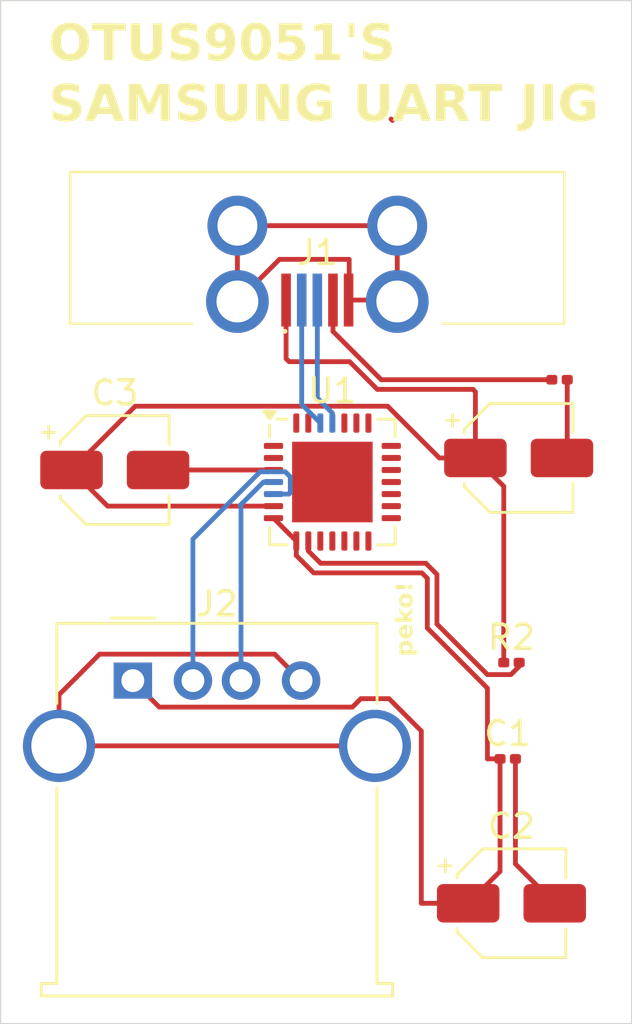
<source format=kicad_pcb>
(kicad_pcb (version 20240108) (generator "pcbnew") (generator_version "8.0")
  (layers (0 "F.Cu" signal) (31 "B.Cu" signal) (34 "B.Paste" user) (35 "F.Paste" user) (36 "B.SilkS" user "B.Silkscreen") (37 "F.SilkS" user "F.Silkscreen") (38 "B.Mask" user) (39 "F.Mask" user) (44 "Edge.Cuts" user))
  (net 0 "")
  (net 1 "Earth")
  (net 2 "Net-(J2-D-)")
  (net 3 "Net-(J2-D+)")
  (net 4 "Net-(U1-~{RST})")
  (net 19 "Net-(J2-VBUS)")
  (net 25 "Net-(U1-VDD)")
  (net 26 "Net-(U1-TXD)")
  (net 27 "Net-(J1-Pad4)")
  (net 28 "Net-(U1-RXD)")
  (footprint "Capacitor_SMD:CP_Elec_4x5.4" (layer "F.Cu") (at 160.8 78)
    (property "Reference" "C4" (hide yes))
    (property "Value" "0.1uF")
    (fp_line (start -3 -1.56) (end -2.5 -1.56) (stroke (width 0.12)) (layer "F.SilkS"))
    (fp_line (start -2.75 -1.81) (end -2.75 -1.31) (stroke (width 0.12)) (layer "F.SilkS"))
    (fp_line (start -2.26 -1.195563) (end -2.26 -1.06) (stroke (width 0.12)) (layer "F.SilkS"))
    (fp_line (start -2.26 -1.195563) (end -1.195563 -2.26) (stroke (width 0.12)) (layer "F.SilkS"))
    (fp_line (start -2.26 1.195563) (end -2.26 1.06) (stroke (width 0.12)) (layer "F.SilkS"))
    (fp_line (start -2.26 1.195563) (end -1.195563 2.26) (stroke (width 0.12)) (layer "F.SilkS"))
    (fp_line (start -1.195563 -2.26) (end 2.26 -2.26) (stroke (width 0.12)) (layer "F.SilkS"))
    (fp_line (start -1.195563 2.26) (end 2.26 2.26) (stroke (width 0.12)) (layer "F.SilkS"))
    (fp_line (start 2.26 -2.26) (end 2.26 -1.06) (stroke (width 0.12)) (layer "F.SilkS"))
    (fp_line (start 2.26 2.26) (end 2.26 1.06) (stroke (width 0.12)) (layer "F.SilkS"))
    (pad "1" smd roundrect (at -1.8 0) (size 2.6 1.6) (layers "F.Cu" "F.Paste" "F.Mask") (roundrect_rratio 0.15625) (net 25 "Net-(U1-VDD)"))
    (pad "2" smd roundrect (at 1.8 0) (size 2.6 1.6) (layers "F.Cu" "F.Paste" "F.Mask") (roundrect_rratio 0.15625) (net 1 "Earth"))
  )
  (footprint "Connector_USB:USB_A_Molex_67643_Horizontal" (layer "F.Cu") (at 144.75 87.25)
    (property "Reference" "J2" (at 3.5 -3.19 360) (layer "F.SilkS"))
    (property "Value" "USB_A" (hide yes))
    (fp_line (start -3.81 12.58) (end -3.81 13.1) (stroke (width 0.12)) (layer "F.SilkS"))
    (fp_line (start -3.81 13.1) (end 10.81 13.1) (stroke (width 0.12)) (layer "F.SilkS"))
    (fp_line (start -3.16 -2.38) (end -3.16 0.95) (stroke (width 0.12)) (layer "F.SilkS"))
    (fp_line (start -3.16 -2.38) (end 10.16 -2.38) (stroke (width 0.12)) (layer "F.SilkS"))
    (fp_line (start -3.16 12.58) (end -3.81 12.58) (stroke (width 0.12)) (layer "F.SilkS"))
    (fp_line (start -3.16 12.58) (end -3.16 4.47) (stroke (width 0.12)) (layer "F.SilkS"))
    (fp_line (start -0.9 -2.6) (end 0.9 -2.6) (stroke (width 0.12)) (layer "F.SilkS"))
    (fp_line (start 10.16 -2.38) (end 10.16 0.95) (stroke (width 0.12)) (layer "F.SilkS"))
    (fp_line (start 10.16 4.47) (end 10.16 12.58) (stroke (width 0.12)) (layer "F.SilkS"))
    (fp_line (start 10.81 12.58) (end 10.16 12.58) (stroke (width 0.12)) (layer "F.SilkS"))
    (fp_line (start 10.81 13.1) (end 10.81 12.58) (stroke (width 0.12)) (layer "F.SilkS"))
    (pad "1" thru_hole rect (at 0 0) (size 1.6 1.5) (drill 0.95) (layers "*.Cu" "*.Mask") (net 19 "Net-(J2-VBUS)"))
    (pad "2" thru_hole circle (at 2.5 0) (size 1.6 1.6) (drill 0.95) (layers "*.Cu" "*.Mask") (net 2 "Net-(J2-D-)"))
    (pad "3" thru_hole circle (at 4.5 0) (size 1.6 1.6) (drill 0.95) (layers "*.Cu" "*.Mask") (net 3 "Net-(J2-D+)"))
    (pad "4" thru_hole circle (at 7 0) (size 1.6 1.6) (drill 0.95) (layers "*.Cu" "*.Mask") (net 1 "Earth"))
    (pad "5" thru_hole circle (at -3.07 2.71) (size 3 3) (drill 2.3) (layers "*.Cu" "*.Mask") (net 1 "Earth"))
    (pad "5" thru_hole circle (at 10.07 2.71) (size 3 3) (drill 2.3) (layers "*.Cu" "*.Mask") (net 1 "Earth"))
  )
  (footprint "Package_DFN_QFN:QFN-28-1EP_5x5mm_P0.5mm_EP3.35x3.35mm" (layer "F.Cu") (at 153.05 79)
    (property "Reference" "U1" (at 0 -3.8 0) (layer "F.SilkS"))
    (property "Value" "CP2102N-Axx-xQFN28" (hide yes))
    (fp_line (start -2.61 -1.885) (end -2.61 -2.37) (stroke (width 0.12)) (layer "F.SilkS"))
    (fp_line (start -2.61 2.61) (end -2.61 1.885) (stroke (width 0.12)) (layer "F.SilkS"))
    (fp_line (start -1.885 -2.61) (end -2.31 -2.61) (stroke (width 0.12)) (layer "F.SilkS"))
    (fp_line (start -1.885 2.61) (end -2.61 2.61) (stroke (width 0.12)) (layer "F.SilkS"))
    (fp_line (start 1.885 -2.61) (end 2.61 -2.61) (stroke (width 0.12)) (layer "F.SilkS"))
    (fp_line (start 1.885 2.61) (end 2.61 2.61) (stroke (width 0.12)) (layer "F.SilkS"))
    (fp_line (start 2.61 -2.61) (end 2.61 -1.885) (stroke (width 0.12)) (layer "F.SilkS"))
    (fp_line (start 2.61 2.61) (end 2.61 1.885) (stroke (width 0.12)) (layer "F.SilkS"))
    (fp_poly (pts (xy -2.61 -2.61) (xy -2.85 -2.94) (xy -2.37 -2.94) (xy -2.61 -2.61)) (stroke (width 0.12)) (fill solid) (layer "F.SilkS"))
    (pad "1" smd roundrect (at -2.45 -1.5) (size 0.8 0.25) (layers "F.Cu" "F.Paste" "F.Mask"))
    (pad "2" smd roundrect (at -2.45 -1) (size 0.8 0.25) (layers "F.Cu" "F.Paste" "F.Mask"))
    (pad "3" smd roundrect (at -2.45 -0.5) (size 0.8 0.25) (layers "F.Cu" "F.Paste" "F.Mask") (net 1 "Earth"))
    (pad "4" smd roundrect (at -2.45 0) (size 0.8 0.25) (layers "B.Cu" "F.Paste" "F.Mask") (net 3 "Net-(J2-D+)"))
    (pad "5" smd roundrect (at -2.45 0.5) (size 0.8 0.25) (layers "B.Cu" "F.Paste" "F.Mask") (net 2 "Net-(J2-D-)"))
    (pad "6" smd roundrect (at -2.45 1) (size 0.8 0.25) (layers "F.Cu" "F.Paste" "F.Mask") (net 25 "Net-(U1-VDD)"))
    (pad "7" smd roundrect (at -2.45 1.5) (size 0.8 0.25) (layers "F.Cu" "F.Paste" "F.Mask") (net 19 "Net-(J2-VBUS)"))
    (pad "8" smd roundrect (at -1.5 2.45) (size 0.25 0.8) (layers "F.Cu" "F.Paste" "F.Mask") (net 19 "Net-(J2-VBUS)"))
    (pad "9" smd roundrect (at -1 2.45) (size 0.25 0.8) (layers "F.Cu" "F.Paste" "F.Mask") (net 4 "Net-(U1-~{RST})"))
    (pad "10" smd roundrect (at -0.5 2.45) (size 0.25 0.8) (layers "F.Cu" "F.Paste" "F.Mask"))
    (pad "11" smd roundrect (at 0 2.45) (size 0.25 0.8) (layers "F.Cu" "F.Paste" "F.Mask"))
    (pad "12" smd roundrect (at 0.5 2.45) (size 0.25 0.8) (layers "F.Cu" "F.Paste" "F.Mask"))
    (pad "13" smd roundrect (at 1 2.45) (size 0.25 0.8) (layers "F.Cu" "F.Paste" "F.Mask"))
    (pad "14" smd roundrect (at 1.5 2.45) (size 0.25 0.8) (layers "F.Cu" "F.Paste" "F.Mask"))
    (pad "15" smd roundrect (at 2.45 1.5) (size 0.8 0.25) (layers "F.Cu" "F.Paste" "F.Mask"))
    (pad "16" smd roundrect (at 2.45 1) (size 0.8 0.25) (layers "F.Cu" "F.Paste" "F.Mask"))
    (pad "17" smd roundrect (at 2.45 0.5) (size 0.8 0.25) (layers "F.Cu" "F.Paste" "F.Mask"))
    (pad "18" smd roundrect (at 2.45 0) (size 0.8 0.25) (layers "F.Cu" "F.Paste" "F.Mask"))
    (pad "19" smd roundrect (at 2.45 -0.5) (size 0.8 0.25) (layers "F.Cu" "F.Paste" "F.Mask"))
    (pad "20" smd roundrect (at 2.45 -1) (size 0.8 0.25) (layers "F.Cu" "F.Paste" "F.Mask"))
    (pad "21" smd roundrect (at 2.45 -1.5) (size 0.8 0.25) (layers "F.Cu" "F.Paste" "F.Mask"))
    (pad "22" smd roundrect (at 1.5 -2.45) (size 0.25 0.8) (layers "F.Cu" "F.Paste" "F.Mask"))
    (pad "23" smd roundrect (at 1 -2.45) (size 0.25 0.8) (layers "F.Cu" "F.Paste" "F.Mask"))
    (pad "24" smd roundrect (at 0.5 -2.45) (size 0.25 0.8) (layers "F.Cu" "F.Paste" "F.Mask"))
    (pad "25" smd roundrect (at 0 -2.45) (size 0.25 0.8) (layers "B.Cu" "F.Paste" "F.Mask") (net 28 "Net-(U1-RXD)"))
    (pad "26" smd roundrect (at -0.5 -2.45) (size 0.25 0.8) (layers "B.Cu" "F.Paste" "F.Mask") (net 26 "Net-(U1-TXD)"))
    (pad "27" smd roundrect (at -1 -2.45) (size 0.25 0.8) (layers "F.Cu" "F.Paste" "F.Mask"))
    (pad "28" smd roundrect (at -1.5 -2.45) (size 0.25 0.8) (layers "F.Cu" "F.Paste" "F.Mask"))
    (pad "29" smd rect (at 0 0) (size 3.35 3.35) (property pad_prop_heatsink) (layers "F.Cu" "F.Mask") (net 1 "Earth"))
  )
  (footprint "Capacitor_SMD:CP_Elec_4x5.4" (layer "F.Cu") (at 144 78.5)
    (property "Reference" "C3" (at 0 -3.2 0) (layer "F.SilkS"))
    (property "Value" "4.7uF")
    (fp_line (start -3 -1.56) (end -2.5 -1.56) (stroke (width 0.12)) (layer "F.SilkS"))
    (fp_line (start -2.75 -1.81) (end -2.75 -1.31) (stroke (width 0.12)) (layer "F.SilkS"))
    (fp_line (start -2.26 -1.195563) (end -2.26 -1.06) (stroke (width 0.12)) (layer "F.SilkS"))
    (fp_line (start -2.26 -1.195563) (end -1.195563 -2.26) (stroke (width 0.12)) (layer "F.SilkS"))
    (fp_line (start -2.26 1.195563) (end -2.26 1.06) (stroke (width 0.12)) (layer "F.SilkS"))
    (fp_line (start -2.26 1.195563) (end -1.195563 2.26) (stroke (width 0.12)) (layer "F.SilkS"))
    (fp_line (start -1.195563 -2.26) (end 2.26 -2.26) (stroke (width 0.12)) (layer "F.SilkS"))
    (fp_line (start -1.195563 2.26) (end 2.26 2.26) (stroke (width 0.12)) (layer "F.SilkS"))
    (fp_line (start 2.26 -2.26) (end 2.26 -1.06) (stroke (width 0.12)) (layer "F.SilkS"))
    (fp_line (start 2.26 2.26) (end 2.26 1.06) (stroke (width 0.12)) (layer "F.SilkS"))
    (pad "1" smd roundrect (at -1.8 0) (size 2.6 1.6) (layers "F.Cu" "F.Paste" "F.Mask") (roundrect_rratio 0.15625) (net 25 "Net-(U1-VDD)"))
    (pad "2" smd roundrect (at 1.8 0) (size 2.6 1.6) (layers "F.Cu" "F.Paste" "F.Mask") (roundrect_rratio 0.15625) (net 1 "Earth"))
  )
  (footprint "Resistor_SMD:R_0201_0603Metric" (layer "F.Cu") (at 160.5 86.5)
    (property "Reference" "R2" (at 0 -1.05 0) (layer "F.SilkS"))
    (property "Value" "4.7k")
    (pad "1" smd roundrect (at -0.32 0) (size 0.46 0.4) (layers "F.Cu" "F.Mask") (net 25 "Net-(U1-VDD)"))
    (pad "2" smd roundrect (at 0.32 0) (size 0.46 0.4) (layers "F.Cu" "F.Mask") (net 4 "Net-(U1-~{RST})"))
  )
  (footprint "Capacitor_SMD:C_0201_0603Metric" (layer "F.Cu") (at 160.345 90.5)
    (property "Reference" "C1" (at 0 -1.05 0) (layer "F.SilkS"))
    (property "Value" "1.0 uF")
    (pad "1" smd roundrect (at -0.32 0) (size 0.46 0.4) (layers "F.Cu" "F.Mask") (net 19 "Net-(J2-VBUS)"))
    (pad "2" smd roundrect (at 0.32 0) (size 0.46 0.4) (layers "F.Cu" "F.Mask") (net 1 "Earth"))
  )
  (footprint "Resistor_SMD:R_0201_0603Metric" (layer "F.Cu") (at 162.5 74.75)
    (property "Reference" "R1" (hide yes))
    (property "Value" "619K")
    (pad "1" smd roundrect (at -0.32 0) (size 0.46 0.4) (layers "F.Cu" "F.Mask") (net 27 "Net-(J1-Pad4)"))
    (pad "2" smd roundrect (at 0.32 0) (size 0.46 0.4) (layers "F.Cu" "F.Mask") (net 1 "Earth"))
  )
  (footprint "ZX80-B-5SA_30_:ZX80B5SA30" (layer "F.Cu") (at 152.425 69.462)
    (property "Reference" "J1" (at 0 0 0) (layer "F.SilkS"))
    (property "Value" "ZX80-B-5SA_30_")
    (fp_line (start -10.275 -3.342) (end 10.275 -3.342) (stroke (width 0.1)) (layer "F.SilkS"))
    (fp_line (start -10.275 2.958) (end -10.275 -3.342) (stroke (width 0.1)) (layer "F.SilkS"))
    (fp_line (start -5.2 2.958) (end -10.275 2.958) (stroke (width 0.1)) (layer "F.SilkS"))
    (fp_line (start -1.4 3.278) (end -1.4 3.278) (stroke (width 0.1)) (layer "F.SilkS"))
    (fp_line (start -1.3 3.278) (end -1.3 3.278) (stroke (width 0.1)) (layer "F.SilkS"))
    (fp_line (start 10.275 -3.342) (end 10.275 2.958) (stroke (width 0.1)) (layer "F.SilkS"))
    (fp_line (start 10.275 2.958) (end 5.2 2.958) (stroke (width 0.1)) (layer "F.SilkS"))
    (fp_arc (start -1.4 3.278) (mid -1.35 3.228) (end -1.3 3.278) (stroke (width 0.1)) (layer "F.SilkS"))
    (fp_arc (start -1.3 3.278) (mid -1.35 3.328) (end -1.4 3.278) (stroke (width 0.1)) (layer "F.SilkS"))
    (pad "" np_thru_hole circle (at -8.275 -0.192) (size 2.3 2.3) (drill 2.3) (layers "*.Cu" "*.Mask"))
    (pad "" np_thru_hole circle (at 8.275 -0.192) (size 2.3 2.3) (drill 2.3) (layers "*.Cu" "*.Mask"))
    (pad "1" smd rect (at -1.3 1.978 90) (size 2.2 0.4) (layers "F.Cu" "F.Paste" "F.Mask") (net 25 "Net-(U1-VDD)"))
    (pad "2" smd rect (at -0.65 1.978 90) (size 2.2 0.4) (layers "B.Cu" "F.Paste" "F.Mask") (net 26 "Net-(U1-TXD)"))
    (pad "3" smd rect (at 0 1.978 90) (size 2.2 0.4) (layers "B.Cu" "F.Paste" "F.Mask") (net 28 "Net-(U1-RXD)"))
    (pad "4" smd rect (at 0.65 1.978 90) (size 2.2 0.4) (layers "F.Cu" "F.Paste" "F.Mask") (net 27 "Net-(J1-Pad4)"))
    (pad "5" smd rect (at 1.3 1.978 90) (size 2.2 0.4) (layers "F.Cu" "F.Paste" "F.Mask") (net 1 "Earth"))
    (pad "6" thru_hole circle (at -3.325 2.038) (size 2.60895 2.60895) (drill 1.7393) (layers "*.Cu" "*.Mask") (net 1 "Earth"))
    (pad "7" thru_hole circle (at 3.325 2.038) (size 2.60895 2.60895) (drill 1.7393) (layers "*.Cu" "*.Mask") (net 1 "Earth"))
    (pad "8" thru_hole circle (at -3.325 -1.112) (size 2.49 2.49) (drill 1.66) (layers "*.Cu" "*.Mask") (net 1 "Earth"))
    (pad "9" thru_hole circle (at 3.325 -1.112) (size 2.49 2.49) (drill 1.66) (layers "*.Cu" "*.Mask") (net 1 "Earth"))
  )
  (footprint "Capacitor_SMD:CP_Elec_4x5.4" (layer "F.Cu") (at 160.5 96.5)
    (property "Reference" "C2" (at 0 -3.2 0) (layer "F.SilkS"))
    (property "Value" "0.1uF")
    (fp_line (start -3 -1.56) (end -2.5 -1.56) (stroke (width 0.12)) (layer "F.SilkS"))
    (fp_line (start -2.75 -1.81) (end -2.75 -1.31) (stroke (width 0.12)) (layer "F.SilkS"))
    (fp_line (start -2.26 -1.195563) (end -2.26 -1.06) (stroke (width 0.12)) (layer "F.SilkS"))
    (fp_line (start -2.26 -1.195563) (end -1.195563 -2.26) (stroke (width 0.12)) (layer "F.SilkS"))
    (fp_line (start -2.26 1.195563) (end -2.26 1.06) (stroke (width 0.12)) (layer "F.SilkS"))
    (fp_line (start -2.26 1.195563) (end -1.195563 2.26) (stroke (width 0.12)) (layer "F.SilkS"))
    (fp_line (start -1.195563 -2.26) (end 2.26 -2.26) (stroke (width 0.12)) (layer "F.SilkS"))
    (fp_line (start -1.195563 2.26) (end 2.26 2.26) (stroke (width 0.12)) (layer "F.SilkS"))
    (fp_line (start 2.26 -2.26) (end 2.26 -1.06) (stroke (width 0.12)) (layer "F.SilkS"))
    (fp_line (start 2.26 2.26) (end 2.26 1.06) (stroke (width 0.12)) (layer "F.SilkS"))
    (pad "1" smd roundrect (at -1.8 0) (size 2.6 1.6) (layers "F.Cu" "F.Paste" "F.Mask") (roundrect_rratio 0.15625) (net 19 "Net-(J2-VBUS)"))
    (pad "2" smd roundrect (at 1.8 0) (size 2.6 1.6) (layers "F.Cu" "F.Paste" "F.Mask") (roundrect_rratio 0.15625) (net 1 "Earth"))
  )
  (gr_rect (start 139.25 59) (end 165.5 101.5) (stroke (width 0.05)) (fill none) (layer "Edge.Cuts"))
  (gr_text "peko!" (at 156.5 86.25 90) (layer "F.SilkS") (effects (font (size 0.7 0.7) (thickness 0.175) (bold yes)) (justify left bottom)))
  (gr_text "OTUS9051'S\nSAMSUNG UART JIG" (at 141.25 64.25 0) (layer "F.SilkS") (effects (font (size 1.5 1.5) (thickness 0.3) (bold yes)) (justify left bottom)))
  (segment (start 149.1 71.5) (end 150.85 69.75) (width 0.2) (layer "F.Cu") (net 1))
  (segment (start 153.75 71.415) (end 153.725 71.44) (width 0.2) (layer "F.Cu") (net 1))
  (segment (start 141.68 89.96) (end 154.82 89.96) (width 0.2) (layer "F.Cu") (net 1))
  (segment (start 155.69 71.44) (end 155.75 71.5) (width 0.2) (layer "F.Cu") (net 1))
  (segment (start 155.49 63.92) (end 155.55 63.98) (width 0.2) (layer "F.Cu") (net 1))
  (segment (start 149.1 68.35) (end 149.1 71.5) (width 0.2) (layer "F.Cu") (net 1))
  (segment (start 150.85 69.75) (end 153.75 69.75) (width 0.2) (layer "F.Cu") (net 1))
  (segment (start 145.8 78.5) (end 150.6 78.5) (width 0.2) (layer "F.Cu") (net 1))
  (segment (start 143.36868 86.15) (end 141.68 87.83868) (width 0.2) (layer "F.Cu") (net 1))
  (segment (start 151.75 87.25) (end 150.65 86.15) (width 0.2) (layer "F.Cu") (net 1))
  (segment (start 155.75 71.5) (end 155.75 68.35) (width 0.2) (layer "F.Cu") (net 1))
  (segment (start 162.82 77.78) (end 162.6 78) (width 0.2) (layer "F.Cu") (net 1))
  (segment (start 155.75 68.35) (end 149.1 68.35) (width 0.2) (layer "F.Cu") (net 1))
  (segment (start 150.65 86.15) (end 143.36868 86.15) (width 0.2) (layer "F.Cu") (net 1))
  (segment (start 160.665 94.865) (end 162.3 96.5) (width 0.2) (layer "F.Cu") (net 1))
  (segment (start 141.68 87.83868) (end 141.68 89.96) (width 0.2) (layer "F.Cu") (net 1))
  (segment (start 153.725 71.44) (end 155.69 71.44) (width 0.2) (layer "F.Cu") (net 1))
  (segment (start 160.665 90.5) (end 160.665 94.865) (width 0.2) (layer "F.Cu") (net 1))
  (segment (start 162.82 74.75) (end 162.82 77.78) (width 0.2) (layer "F.Cu") (net 1))
  (segment (start 153.75 69.75) (end 153.75 71.415) (width 0.2) (layer "F.Cu") (net 1))
  (segment (start 151.3 78.785614) (end 151.3 79.45) (width 0.2) (layer "B.Cu") (net 2))
  (segment (start 151.089386 78.575) (end 151.3 78.785614) (width 0.2) (layer "B.Cu") (net 2))
  (segment (start 151.25 79.5) (end 150.6 79.5) (width 0.2) (layer "B.Cu") (net 2))
  (segment (start 147.25 81.369928) (end 150.044928 78.575) (width 0.2) (layer "B.Cu") (net 2))
  (segment (start 151.3 79.45) (end 151.25 79.5) (width 0.2) (layer "B.Cu") (net 2))
  (segment (start 150.044928 78.575) (end 151.089386 78.575) (width 0.2) (layer "B.Cu") (net 2))
  (segment (start 147.25 87.25) (end 147.25 81.369928) (width 0.2) (layer "B.Cu") (net 2))
  (segment (start 149.25 87.25) (end 149.25 80) (width 0.2) (layer "B.Cu") (net 3))
  (segment (start 150.185614 79) (end 149.217807 79.967807) (width 0.2) (layer "B.Cu") (net 3))
  (segment (start 150.6 79) (end 150.185614 79) (width 0.2) (layer "B.Cu") (net 3))
  (segment (start 149.25 80) (end 149.217807 79.967807) (width 0.2) (layer "B.Cu") (net 3))
  (segment (start 160.478456 87) (end 159.5 87) (width 0.2) (layer "F.Cu") (net 4))
  (segment (start 152.05 81.864386) (end 152.05 81.45) (width 0.2) (layer "F.Cu") (net 4))
  (segment (start 156.940035 82.37435) (end 152.559964 82.37435) (width 0.2) (layer "F.Cu") (net 4))
  (segment (start 159.5 87) (end 157.4 84.9) (width 0.2) (layer "F.Cu") (net 4))
  (segment (start 160.82 86.658456) (end 160.478456 87) (width 0.2) (layer "F.Cu") (net 4))
  (segment (start 157.4 82.834315) (end 156.940035 82.37435) (width 0.2) (layer "F.Cu") (net 4))
  (segment (start 152.559964 82.37435) (end 152.05 81.864386) (width 0.2) (layer "F.Cu") (net 4))
  (segment (start 157.4 84.9) (end 157.4 82.834315) (width 0.2) (layer "F.Cu") (net 4))
  (segment (start 160.82 86.5) (end 160.82 86.658456) (width 0.2) (layer "F.Cu") (net 4))
  (segment (start 158.7 96.5) (end 156.75 96.5) (width 0.2) (layer "F.Cu") (net 19))
  (segment (start 157 85.065686) (end 157 83.000001) (width 0.2) (layer "F.Cu") (net 19))
  (segment (start 152.27435 82.77435) (end 151.55 82.05) (width 0.2) (layer "F.Cu") (net 19))
  (segment (start 155.405585 88) (end 156.75 89.344415) (width 0.2) (layer "F.Cu") (net 19))
  (segment (start 154.234415 88) (end 155.405585 88) (width 0.2) (layer "F.Cu") (net 19))
  (segment (start 156.774349 82.77435) (end 152.27435 82.77435) (width 0.2) (layer "F.Cu") (net 19))
  (segment (start 160.025 90.5) (end 159.5 90.5) (width 0.2) (layer "F.Cu") (net 19))
  (segment (start 150.6 80.5) (end 151.55 81.45) (width 0.2) (layer "F.Cu") (net 19))
  (segment (start 144.75 87.25) (end 145.85 88.35) (width 0.2) (layer "F.Cu") (net 19))
  (segment (start 157 83.000001) (end 156.774349 82.77435) (width 0.2) (layer "F.Cu") (net 19))
  (segment (start 159.5 90.5) (end 159.5 87.565686) (width 0.2) (layer "F.Cu") (net 19))
  (segment (start 153.884415 88.35) (end 154.234415 88) (width 0.2) (layer "F.Cu") (net 19))
  (segment (start 156.75 89.344415) (end 156.75 96.5) (width 0.2) (layer "F.Cu") (net 19))
  (segment (start 159.5 87.565686) (end 157 85.065686) (width 0.2) (layer "F.Cu") (net 19))
  (segment (start 151.55 82.05) (end 151.55 81.45) (width 0.2) (layer "F.Cu") (net 19))
  (segment (start 160.025 95.175) (end 158.7 96.5) (width 0.2) (layer "F.Cu") (net 19))
  (segment (start 145.85 88.35) (end 153.884415 88.35) (width 0.2) (layer "F.Cu") (net 19))
  (segment (start 160.025 90.5) (end 160.025 95.175) (width 0.2) (layer "F.Cu") (net 19))
  (segment (start 157.5 78) (end 159 78) (width 0.2) (layer "F.Cu") (net 25))
  (segment (start 142.2 78.5) (end 143.7 80) (width 0.2) (layer "F.Cu") (net 25))
  (segment (start 159 75.25) (end 159 78) (width 0.2) (layer "F.Cu") (net 25))
  (segment (start 160.18 79.18) (end 159 78) (width 0.2) (layer "F.Cu") (net 25))
  (segment (start 151.25 74) (end 153.769314 74) (width 0.2) (layer "F.Cu") (net 25))
  (segment (start 151.125 73.875) (end 151.25 74) (width 0.2) (layer "F.Cu") (net 25))
  (segment (start 154.919314 75.15) (end 158.9 75.15) (width 0.2) (layer "F.Cu") (net 25))
  (segment (start 151.125 71.44) (end 151.125 73.875) (width 0.2) (layer "F.Cu") (net 25))
  (segment (start 142.2 78.5) (end 144.85 75.85) (width 0.2) (layer "F.Cu") (net 25))
  (segment (start 155.35 75.85) (end 157.5 78) (width 0.2) (layer "F.Cu") (net 25))
  (segment (start 153.769314 74) (end 154.919314 75.15) (width 0.2) (layer "F.Cu") (net 25))
  (segment (start 143.7 80) (end 150.6 80) (width 0.2) (layer "F.Cu") (net 25))
  (segment (start 160.18 86.5) (end 160.18 79.18) (width 0.2) (layer "F.Cu") (net 25))
  (segment (start 144.85 75.85) (end 155.35 75.85) (width 0.2) (layer "F.Cu") (net 25))
  (segment (start 158.9 75.15) (end 159 75.25) (width 0.2) (layer "F.Cu") (net 25))
  (segment (start 151.775 75.775) (end 151.775 71.44) (width 0.2) (layer "B.Cu") (net 26))
  (segment (start 152.55 76.55) (end 151.775 75.775) (width 0.2) (layer "B.Cu") (net 26))
  (segment (start 155.085 74.75) (end 162.18 74.75) (width 0.2) (layer "F.Cu") (net 27))
  (segment (start 153.075 71.44) (end 153.075 72.74) (width 0.2) (layer "F.Cu") (net 27))
  (segment (start 153.075 72.74) (end 155.085 74.75) (width 0.2) (layer "F.Cu") (net 27))
  (segment (start 153.05 76.135614) (end 152.425 75.510614) (width 0.2) (layer "B.Cu") (net 28))
  (segment (start 152.425 75.510614) (end 152.425 71.44) (width 0.2) (layer "B.Cu") (net 28))
  (segment (start 153.05 76.55) (end 153.05 76.135614) (width 0.2) (layer "B.Cu") (net 28))
)
</source>
